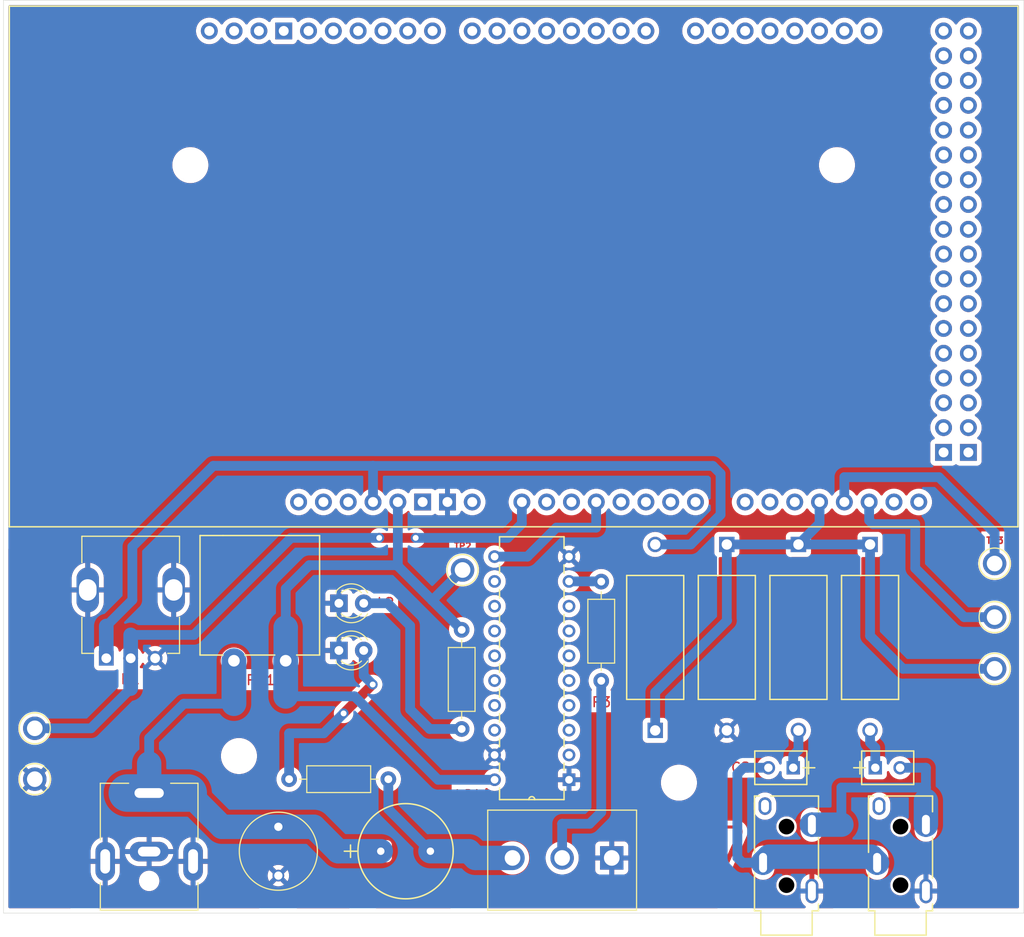
<source format=kicad_pcb>
(kicad_pcb (version 20241229) (generator "pcbnew") (generator_version "9.0")
  (layers (0 "F.Cu" signal) (2 "B.Cu" signal) (13 "F.Paste" user) (15 "B.Paste" user) (5 "F.SilkS" user "F.Silkscreen") (7 "B.SilkS" user "B.Silkscreen") (1 "F.Mask" user) (3 "B.Mask" user) (25 "Edge.Cuts" user))
  (net 0 "")
  (net 22 "Net-(AD1-PadDAC1)")
  (net 25 "GND")
  (net 52 "AX_IN")
  (net 56 "D_IN")
  (net 59 "Net-(AD1-PadDAC0)")
  (net 65 "+3.3V")
  (net 73 "P_OUT")
  (net 81 "Net-(C2-Pad1)")
  (net 82 "Net-(PB1-A)")
  (net 83 "+5V_LED")
  (net 84 "+5V_SW")
  (net 85 "D_OUT")
  (net 90 "Net-(AJ1-PadT)")
  (net 91 "Net-(C1-Pad1)")
  (net 92 "Net-(AJ1-PadR)")
  (net 93 "Net-(L1-A)")
  (net 94 "Net-(L2-A)")
  (net 99 "Net-(LS1-A8)")
  (footprint "5275:KEYSTONE_5275" (layer "F.Cu") (at 146.5325 111.61)
    (property "Reference" "TP2" (at 0.02 -2.44 0) (layer "F.Cu") (effects (font (size 0.64 0.64))))
    (property "Value" "5275" (hide yes))
    (pad "1" thru_hole circle (at 0 0) (size 2.4 2.4) (drill 1.6) (layers "*.Cu" "*.Mask") (net 84 "+5V_SW"))
  )
  (footprint "5275:KEYSTONE_5275" (layer "F.Cu") (at 201.0125 110.95)
    (property "Reference" "TP3" (at 0.03 -2.36 0) (layer "F.Cu") (effects (font (size 0.64 0.64))))
    (property "Value" "5275" (hide yes))
    (pad "1" thru_hole circle (at 0 0) (size 2.4 2.4) (drill 1.6) (layers "*.Cu" "*.Mask") (net 59 "Net-(AD1-PadDAC0)"))
  )
  (footprint "C324C106K3R5TA:CAP_C324C_MR_X7R_KEM" (layer "F.Cu") (at 180.3896 131.87 180)
    (property "Reference" "C2" (at 5.3796 0.02 0) (layer "F.Cu"))
    (property "Value" "10u" (hide yes))
    (pad "1" thru_hole rect (at 0 0 180) (size 1.3716 1.3716) (drill 0.8636) (layers "*.Cu" "*.Mask") (net 81 "Net-(C2-Pad1)"))
    (pad "2" thru_hole circle (at 2.54 0 180) (size 1.3716 1.3716) (drill 0.8636) (layers "*.Cu" "*.Mask") (net 92 "Net-(AJ1-PadR)"))
  )
  (footprint "PT01_D130D_A102:TRIM_PT01-D130D-A102" (layer "F.Cu") (at 112.5525 113.6524)
    (property "Reference" "P1" (at -0.04 9.1476 0) (layer "F.Cu"))
    (property "Value" "PT01_D130D_A102" (hide yes))
    (pad "1" thru_hole rect (at -2.5 7) (size 1.508 1.508) (drill 1) (layers "*.Cu" "*.Mask") (net 65 "+3.3V"))
    (pad "2" thru_hole circle (at 0 7) (size 1.508 1.508) (drill 1) (layers "*.Cu" "*.Mask") (net 73 "P_OUT"))
    (pad "3" thru_hole circle (at 2.5 7) (size 1.508 1.508) (drill 1) (layers "*.Cu" "*.Mask") (net 25 "GND"))
    (pad "S1" thru_hole oval (at -4.4 0) (size 2.3 4.6) (drill oval 1.8 2.2) (layers "*.Cu" "*.Mask") (net 25 "GND"))
    (pad "S2" thru_hole oval (at 4.4 0) (size 2.3 4.6) (drill oval 1.8 2.2) (layers "*.Cu" "*.Mask") (net 25 "GND"))
  )
  (footprint "TB007_508_03BE:CUI_TB007-508-03BE" (layer "F.Cu") (at 161.8096 141.11 180)
    (property "Reference" "TB1" (at 14.5771 -4.22 0) (layer "F.Cu"))
    (property "Value" "TB007_508_03BE" (hide yes))
    (pad "1" thru_hole rect (at 0 0 180) (size 2.4 2.4) (drill 1.6) (layers "*.Cu" "*.Mask") (net 25 "GND"))
    (pad "2" thru_hole circle (at 5.08 0 180) (size 2.4 2.4) (drill 1.6) (layers "*.Cu" "*.Mask") (net 85 "D_OUT"))
    (pad "3" thru_hole circle (at 10.16 0 180) (size 2.4 2.4) (drill 1.6) (layers "*.Cu" "*.Mask") (net 83 "+5V_LED"))
  )
  (footprint "PJ_063BH:CUI_PJ-063BH" (layer "F.Cu") (at 114.4425 134.46 -90)
    (property "Reference" "B1" (at 10.92 6.66 0) (layer "F.Cu") (effects (font (size 1.000929 1.000929))))
    (property "Value" "PJ_063BH" (hide yes))
    (pad "" np_thru_hole circle (at 9 0 270) (size 1.6 1.6) (drill 1.6) (layers "*.Cu" "*.Mask"))
    (pad "1" thru_hole oval (at 0 0 270) (size 2.25 4.5) (drill oval 1 3) (layers "*.Cu" "*.Mask") (net 82 "Net-(PB1-A)"))
    (pad "2" thru_hole oval (at 6 0 270) (size 2 4) (drill oval 1 2.3) (layers "*.Cu" "*.Mask") (net 25 "GND"))
    (pad "S1" thru_hole oval (at 7 -4.5 270) (size 4 2) (drill oval 2.5 1) (layers "*.Cu" "*.Mask") (net 25 "GND"))
    (pad "S2" thru_hole oval (at 7 4.5 270) (size 4 2) (drill oval 2.5 1) (layers "*.Cu" "*.Mask") (net 25 "GND"))
  )
  (footprint "Resistor_THT:R_Axial_DIN0207_L6.3mm_D2.5mm_P10.16mm_Horizontal" (layer "F.Cu") (at 128.7725 133.04)
    (property "Reference" "R1" (at 5 2.37 0) (layer "F.Cu"))
    (property "Value" "150" (hide yes))
    (pad "1" thru_hole circle (at 0 0) (size 1.6 1.6) (drill 0.8) (layers "*.Cu" "*.Mask") (net 93 "Net-(L1-A)"))
    (pad "2" thru_hole oval (at 10.16 0) (size 1.6 1.6) (drill 0.8) (layers "*.Cu" "*.Mask") (net 83 "+5V_LED"))
  )
  (footprint "LED_THT:LED_D3.0mm" (layer "F.Cu") (at 133.8725 115.02)
    (property "Reference" "L2" (at 4.79 -0.03 0) (layer "F.Cu"))
    (property "Value" "LED" (hide yes))
    (pad "1" thru_hole rect (at 0 0) (size 1.8 1.8) (drill 0.9) (layers "*.Cu" "*.Mask") (net 25 "GND"))
    (pad "2" thru_hole circle (at 2.54 0) (size 1.8 1.8) (drill 0.9) (layers "*.Cu" "*.Mask") (net 94 "Net-(L2-A)"))
  )
  (footprint "RSMF2JTR100:STA_RSMF2_STP" (layer "F.Cu") (at 173.5925 108.995 -90)
    (property "Reference" "R5" (at 2.245 2.2 0) (layer "F.Cu"))
    (property "Value" "470" (hide yes))
    (pad "1" thru_hole rect (at 0 0 270) (size 1.5748 1.5748) (drill 1.0668) (layers "*.Cu" "*.Mask") (net 52 "AX_IN"))
    (pad "2" thru_hole circle (at 19.05 0 270) (size 1.5748 1.5748) (drill 1.0668) (layers "*.Cu" "*.Mask") (net 25 "GND"))
  )
  (footprint "MountingHole:MountingHole_3.2mm_M3" (layer "F.Cu") (at 118.6625 70.13)
    (property "Reference" "H1" (hide yes))
    (property "Value" "MountingHole" (hide yes))
    (pad "" np_thru_hole circle (at 0 0) (size 3.2 3.2) (drill 3.2) (layers "*.Cu" "*.Mask"))
  )
  (footprint "PCM_arduino-library:Arduino_Due_Shield" (layer "F.Cu") (at 99.42 109.1345)
    (property "Reference" "AD1" (at 2.53 -0.8245 0) (layer "F.Cu"))
    (property "Value" "Arduino Due" (hide yes))
    (pad "" thru_hole oval (at 30.326 -4.49) (size 1.7272 1.7272) (drill 1.016) (layers "*.Cu" "*.Mask"))
    (pad "3V3" thru_hole oval (at 37.946 -4.49) (size 1.7272 1.7272) (drill 1.016) (layers "*.Cu" "*.Mask") (net 65 "+3.3V"))
    (pad "5V1" thru_hole oval (at 40.486 -4.49) (size 1.7272 1.7272) (drill 1.016) (layers "*.Cu" "*.Mask") (net 84 "+5V_SW"))
    (pad "5V3" thru_hole oval (at 96.366 -52.75) (size 1.7272 1.7272) (drill 1.016) (layers "*.Cu" "*.Mask"))
    (pad "5V4" thru_hole oval (at 98.906 -52.75) (size 1.7272 1.7272) (drill 1.016) (layers "*.Cu" "*.Mask"))
    (pad "A0" thru_hole oval (at 53.186 -4.49) (size 1.7272 1.7272) (drill 1.016) (layers "*.Cu" "*.Mask") (net 73 "P_OUT"))
    (pad "A1" thru_hole oval (at 55.726 -4.49) (size 1.7272 1.7272) (drill 1.016) (layers "*.Cu" "*.Mask"))
    (pad "A2" thru_hole oval (at 58.266 -4.49) (size 1.7272 1.7272) (drill 1.016) (layers "*.Cu" "*.Mask"))
    (pad "A3" thru_hole oval (at 60.806 -4.49) (size 1.7272 1.7272) (drill 1.016) (layers "*.Cu" "*.Mask") (net 56 "D_IN"))
    (pad "A4" thru_hole oval (at 63.346 -4.49) (size 1.7272 1.7272) (drill 1.016) (layers "*.Cu" "*.Mask"))
    (pad "A5" thru_hole oval (at 65.886 -4.49) (size 1.7272 1.7272) (drill 1.016) (layers "*.Cu" "*.Mask"))
    (pad "A6" thru_hole oval (at 68.426 -4.49) (size 1.7272 1.7272) (drill 1.016) (layers "*.Cu" "*.Mask"))
    (pad "A7" thru_hole oval (at 70.966 -4.49) (size 1.7272 1.7272) (drill 1.016) (layers "*.Cu" "*.Mask"))
    (pad "A8" thru_hole oval (at 76.046 -4.49) (size 1.7272 1.7272) (drill 1.016) (layers "*.Cu" "*.Mask"))
    (pad "A9" thru_hole oval (at 78.586 -4.49) (size 1.7272 1.7272) (drill 1.016) (layers "*.Cu" "*.Mask"))
    (pad "A10" thru_hole oval (at 81.126 -4.49) (size 1.7272 1.7272) (drill 1.016) (layers "*.Cu" "*.Mask"))
    (pad "A11" thru_hole oval (at 83.666 -4.49) (size 1.7272 1.7272) (drill 1.016) (layers "*.Cu" "*.Mask") (net 52 "AX_IN"))
    (pad "AREF" thru_hole oval (at 26.262 -52.75) (size 1.7272 1.7272) (drill 1.016) (layers "*.Cu" "*.Mask"))
    (pad "CANR" thru_hole oval (at 91.286 -4.49) (size 1.7272 1.7272) (drill 1.016) (layers "*.Cu" "*.Mask"))
    (pad "CANT" thru_hole oval (at 93.826 -4.49) (size 1.7272 1.7272) (drill 1.016) (layers "*.Cu" "*.Mask"))
    (pad "D0" thru_hole oval (at 65.886 -52.75) (size 1.7272 1.7272) (drill 1.016) (layers "*.Cu" "*.Mask"))
    (pad "D1" thru_hole oval (at 63.346 -52.75) (size 1.7272 1.7272) (drill 1.016) (layers "*.Cu" "*.Mask"))
    (pad "D2" thru_hole oval (at 60.806 -52.75) (size 1.7272 1.7272) (drill 1.016) (layers "*.Cu" "*.Mask"))
    (pad "D3" thru_hole oval (at 58.266 -52.75) (size 1.7272 1.7272) (drill 1.016) (layers "*.Cu" "*.Mask"))
    (pad "D4" thru_hole oval (at 55.726 -52.75) (size 1.7272 1.7272) (drill 1.016) (layers "*.Cu" "*.Mask"))
    (pad "D5" thru_hole oval (at 53.186 -52.75) (size 1.7272 1.7272) (drill 1.016) (layers "*.Cu" "*.Mask"))
    (pad "D6" thru_hole oval (at 50.646 -52.75) (size 1.7272 1.7272) (drill 1.016) (layers "*.Cu" "*.Mask"))
    (pad "D7" thru_hole oval (at 48.106 -52.75) (size 1.7272 1.7272) (drill 1.016) (layers "*.Cu" "*.Mask"))
    (pad "D8" thru_hole oval (at 44.042 -52.75) (size 1.7272 1.7272) (drill 1.016) (layers "*.Cu" "*.Mask"))
    (pad "D9" thru_hole oval (at 41.502 -52.75) (size 1.7272 1.7272) (drill 1.016) (layers "*.Cu" "*.Mask"))
    (pad "D10" thru_hole oval (at 38.962 -52.75) (size 1.7272 1.7272) (drill 1.016) (layers "*.Cu" "*.Mask"))
    (pad "D11" thru_hole oval (at 36.422 -52.75) (size 1.7272 1.7272) (drill 1.016) (layers "*.Cu" "*.Mask"))
    (pad "D12" thru_hole oval (at 33.882 -52.75) (size 1.7272 1.7272) (drill 1.016) (layers "*.Cu" "*.Mask"))
    (pad "D13" thru_hole oval (at 31.342 -52.75) (size 1.7272 1.7272) (drill 1.016) (layers "*.Cu" "*.Mask"))
    (pad "D14" thru_hole oval (at 70.966 -52.75) (size 1.7272 1.7272) (drill 1.016) (layers "*.Cu" "*.Mask"))
    (pad "D15" thru_hole oval (at 73.506 -52.75) (size 1.7272 1.7272) (drill 1.016) (layers "*.Cu" "*.Mask"))
    (pad "D16" thru_hole oval (at 76.046 -52.75) (size 1.7272 1.7272) (drill 1.016) (layers "*.Cu" "*.Mask"))
    (pad "D17" thru_hole oval (at 78.586 -52.75) (size 1.7272 1.7272) (drill 1.016) (layers "*.Cu" "*.Mask"))
    (pad "D18" thru_hole oval (at 81.126 -52.75) (size 1.7272 1.7272) (drill 1.016) (layers "*.Cu" "*.Mask"))
    (pad "D19" thru_hole oval (at 83.666 -52.75) (size 1.7272 1.7272) (drill 1.016) (layers "*.Cu" "*.Mask"))
    (pad "D20" thru_hole oval (at 86.206 -52.75) (size 1.7272 1.7272) (drill 1.016) (layers "*.Cu" "*.Mask"))
    (pad "D21" thru_hole oval (at 88.746 -52.75) (size 1.7272 1.7272) (drill 1.016) (layers "*.Cu" "*.Mask"))
    (pad "D22" thru_hole oval (at 96.366 -50.21) (size 1.7272 1.7272) (drill 1.016) (layers "*.Cu" "*.Mask"))
    (pad "D23" thru_hole oval (at 98.906 -50.21) (size 1.7272 1.7272) (drill 1.016) (layers "*.Cu" "*.Mask"))
    (pad "D24" thru_hole oval (at 96.366 -47.67) (size 1.7272 1.7272) (drill 1.016) (layers "*.Cu" "*.Mask"))
    (pad "D25" thru_hole oval (at 98.906 -47.67) (size 1.7272 1.7272) (drill 1.016) (layers "*.Cu" "*.Mask"))
    (pad "D26" thru_hole oval (at 96.366 -45.13) (size 1.7272 1.7272) (drill 1.016) (layers "*.Cu" "*.Mask"))
    (pad "D27" thru_hole oval (at 98.906 -45.13) (size 1.7272 1.7272) (drill 1.016) (layers "*.Cu" "*.Mask"))
    (pad "D28" thru_hole oval (at 96.366 -42.59) (size 1.7272 1.7272) (drill 1.016) (layers "*.Cu" "*.Mask"))
    (pad "D29" thru_hole oval (at 98.906 -42.59) (size 1.7272 1.7272) (drill 1.016) (layers "*.Cu" "*.Mask"))
    (pad "D30" thru_hole oval (at 96.366 -40.05) (size 1.7272 1.7272) (drill 1.016) (layers "*.Cu" "*.Mask"))
    (pad "D31" thru_hole oval (at 98.906 -40.05) (size 1.7272 1.7272) (drill 1.016) (layers "*.Cu" "*.Mask"))
    (pad "D32" thru_hole oval (at 96.366 -37.51) (size 1.7272 1.7272) (drill 1.016) (layers "*.Cu" "*.Mask"))
    (pad "D33" thru_hole oval (at 98.906 -37.51) (size 1.7272 1.7272) (drill 1.016) (layers "*.Cu" "*.Mask"))
    (pad "D34" thru_hole oval (at 96.366 -34.97) (size 1.7272 1.7272) (drill 1.016) (layers "*.Cu" "*.Mask"))
    (pad "D35" thru_hole oval (at 98.906 -34.97) (size 1.7272 1.7272) (drill 1.016) (layers "*.Cu" "*.Mask"))
    (pad "D36" thru_hole oval (at 96.366 -32.43) (size 1.7272 1.7272) (drill 1.016) (layers "*.Cu" "*.Mask"))
    (pad "D37" thru_hole oval (at 98.906 -32.43) (size 1.7272 1.7272) (drill 1.016) (layers "*.Cu" "*.Mask"))
    (pad "D38" thru_hole oval (at 96.366 -29.89) (size 1.7272 1.7272) (drill 1.016) (layers "*.Cu" "*.Mask"))
    (pad "D39" thru_hole oval (at 98.906 -29.89) (size 1.7272 1.7272) (drill 1.016) (layers "*.Cu" "*.Mask"))
    (pad "D40" thru_hole oval (at 96.366 -27.35) (size 1.7272 1.7272) (drill 1.016) (layers "*.Cu" "*.Mask"))
    (pad "D41" thru_hole oval (at 98.906 -27.35) (size 1.7272 1.7272) (drill 1.016) (layers "*.Cu" "*.Mask"))
    (pad "D42" thru_hole oval (at 96.366 -24.81) (size 1.7272 1.7272) (drill 1.016) (layers "*.Cu" "*.Mask"))
    (pad "D43" thru_hole oval (at 98.906 -24.81) (size 1.7272 1.7272) (drill 1.016) (layers "*.Cu" "*.Mask"))
    (pad "D44" thru_hole oval (at 96.366 -22.27) (size 1.7272 1.7272) (drill 1.016) (layers "*.Cu" "*.Mask"))
    (pad "D45" thru_hole oval (at 98.906 -22.27) (size 1.7272 1.7272) (drill 1.016) (layers "*.Cu" "*.Mask"))
    (pad "D46" thru_hole oval (at 96.366 -19.73) (size 1.7272 1.7272) (drill 1.016) (layers "*.Cu" "*.Mask"))
    (pad "D47" thru_hole oval (at 98.906 -19.73) (size 1.7272 1.7272) (drill 1.016) (layers "*.Cu" "*.Mask"))
    (pad "D48" thru_hole oval (at 96.366 -17.19) (size 1.7272 1.7272) (drill 1.016) (layers "*.Cu" "*.Mask"))
    (pad "D49" thru_hole oval (at 98.906 -17.19) (size 1.7272 1.7272) (drill 1.016) (layers "*.Cu" "*.Mask"))
    (pad "D50" thru_hole oval (at 96.366 -14.65) (size 1.7272 1.7272) (drill 1.016) (layers "*.Cu" "*.Mask"))
    (pad "D51" thru_hole oval (at 98.906 -14.65) (size 1.7272 1.7272) (drill 1.016) (layers "*.Cu" "*.Mask"))
    (pad "D52" thru_hole oval (at 96.366 -12.11) (size 1.7272 1.7272) (drill 1.016) (layers "*.Cu" "*.Mask"))
    (pad "D53" thru_hole oval (at 98.906 -12.11) (size 1.7272 1.7272) (drill 1.016) (layers "*.Cu" "*.Mask"))
    (pad "DAC0" thru_hole oval (at 86.206 -4.49) (size 1.7272 1.7272) (drill 1.016) (layers "*.Cu" "*.Mask") (net 59 "Net-(AD1-PadDAC0)"))
    (pad "DAC1" thru_hole oval (at 88.746 -4.49) (size 1.7272 1.7272) (drill 1.016) (layers "*.Cu" "*.Mask") (net 22 "Net-(AD1-PadDAC1)"))
    (pad "GND1" thru_hole rect (at 28.802 -52.75) (size 1.7272 1.7272) (drill 1.016) (layers "*.Cu" "*.Mask"))
    (pad "GND2" thru_hole rect (at 43.026 -4.49) (size 1.7272 1.7272) (drill 1.016) (layers "*.Cu" "*.Mask"))
    (pad "GND3" thru_hole rect (at 45.566 -4.49) (size 1.7272 1.7272) (drill 1.016) (layers "*.Cu" "*.Mask") (net 25 "GND"))
    (pad "GND5" thru_hole rect (at 96.366 -9.57) (size 1.7272 1.7272) (drill 1.016) (layers "*.Cu" "*.Mask"))
    (pad "GND6" thru_hole rect (at 98.906 -9.57) (size 1.7272 1.7272) (drill 1.016) (layers "*.Cu" "*.Mask"))
    (pad "IORF" thru_hole oval (at 32.866 -4.49) (size 1.7272 1.7272) (drill 1.016) (layers "*.Cu" "*.Mask"))
    (pad "RST1" thru_hole oval (at 35.406 -4.49) (size 1.7272 1.7272) (drill 1.016) (layers "*.Cu" "*.Mask"))
    (pad "SCL1" thru_hole oval (at 21.182 -52.75) (size 1.7272 1.7272) (drill 1.016) (layers "*.Cu" "*.Mask"))
    (pad "SDA1" thru_hole oval (at 23.722 -52.75) (size 1.7272 1.7272) (drill 1.016) (layers "*.Cu" "*.Mask"))
    (pad "VIN" thru_hole oval (at 48.106 -4.49) (size 1.7272 1.7272) (drill 1.016) (layers "*.Cu" "*.Mask"))
  )
  (footprint "MountingHole:MountingHole_3.2mm_M3" (layer "F.Cu") (at 123.64 130.67)
    (property "Reference" "H3" (hide yes))
    (property "Value" "MountingHole" (hide yes))
    (pad "" np_thru_hole circle (at 0 0) (size 3.2 3.2) (drill 3.2) (layers "*.Cu" "*.Mask"))
  )
  (footprint "Resistor_THT:R_Axial_DIN0207_L6.3mm_D2.5mm_P10.16mm_Horizontal" (layer "F.Cu") (at 160.7325 122.96 90)
    (property "Reference" "R3" (at -2.19 0.02 180) (layer "F.Cu"))
    (property "Value" "470" (hide yes))
    (pad "1" thru_hole circle (at 0 0 90) (size 1.6 1.6) (drill 0.8) (layers "*.Cu" "*.Mask") (net 85 "D_OUT"))
    (pad "2" thru_hole oval (at 10.16 0 90) (size 1.6 1.6) (drill 0.8) (layers "*.Cu" "*.Mask") (net 99 "Net-(LS1-A8)"))
  )
  (footprint "5275:KEYSTONE_5275" (layer "F.Cu") (at 102.7325 133.04)
    (property "Reference" "TP1" (at -0.01 -2.39 0) (layer "F.Cu") (effects (font (size 0.64 0.64))))
    (property "Value" "5275" (hide yes))
    (pad "1" thru_hole circle (at 0 0) (size 2.4 2.4) (drill 1.6) (layers "*.Cu" "*.Mask") (net 25 "GND"))
  )
  (footprint "Resistor_THT:R_Axial_DIN0207_L6.3mm_D2.5mm_P10.16mm_Horizontal" (layer "F.Cu") (at 146.4425 127.9 90)
    (property "Reference" "R2" (at 4.99 -2.67 180) (layer "F.Cu"))
    (property "Value" "150" (hide yes))
    (pad "1" thru_hole circle (at 0 0 90) (size 1.6 1.6) (drill 0.8) (layers "*.Cu" "*.Mask") (net 94 "Net-(L2-A)"))
    (pad "2" thru_hole oval (at 10.16 0 90) (size 1.6 1.6) (drill 0.8) (layers "*.Cu" "*.Mask") (net 84 "+5V_SW"))
  )
  (footprint "RSMF2JTR100:STA_RSMF2_STP" (layer "F.Cu") (at 166.259167 128.045 90)
    (property "Reference" "R4" (at 16.955 -2.186667 0) (layer "F.Cu"))
    (property "Value" "470" (hide yes))
    (pad "1" thru_hole rect (at 0 0 90) (size 1.5748 1.5748) (drill 1.0668) (layers "*.Cu" "*.Mask") (net 52 "AX_IN"))
    (pad "2" thru_hole circle (at 19.05 0 90) (size 1.5748 1.5748) (drill 1.0668) (layers "*.Cu" "*.Mask") (net 65 "+3.3V"))
  )
  (footprint "Team_14_Logo:Team_14_Logo" (layer "F.Cu") (at 170.445053 140.920668)
    (property "Reference" "G***" (hide yes))
    (property "Value" "LOGO" (hide yes))
    (fp_poly (pts (xy -1.392337 -3.137306) (xy -0.315921 -3.132125) (xy -0.212654 -3.083725) (xy -0.140012 -3.04186) (xy -0.066892 -2.987585) (xy -0.031169 -2.954843) (xy 0.04705 -2.874361) (xy 0.118301 -2.928643) (xy 0.203536 -2.984473) (xy 0.306751 -3.03856) (xy 0.414287 -3.084647) (xy 0.512486 -3.116479) (xy 0.543399 -3.123333) (xy 0.581453 -3.126803) (xy 0.655287 -3.129812) (xy 0.764579 -3.132358) (xy 0.909004 -3.134437) (xy 1.088241 -3.136048) (xy 1.301967 -3.137189) (xy 1.54986 -3.137857) (xy 1.831596 -3.13805) (xy 2.146854 -3.137765) (xy 2.475026 -3.137056) (xy 4.305543 -3.132125) (xy 4.394368 -3.091162) (xy 4.522615 -3.013331) (xy 4.626239 -2.911976) (xy 4.703098 -2.791822) (xy 4.751049 -2.657597) (xy 4.767951 -2.514029) (xy 4.751662 -2.365842) (xy 4.741276 -2.325586) (xy 4.728164 -2.289591) (xy 4.701643 -2.224462) (xy 4.663323 -2.1339) (xy 4.614815 -2.021605) (xy 4.557727 -1.891278) (xy 4.493671 -1.746618) (xy 4.424257 -1.591325) (xy 4.353525 -1.434467) (xy 4.195154 -1.084725) (xy 4.047135 -0.757758) (xy 3.909902 -0.454527) (xy 3.78389 -0.175995) (xy 3.669533 0.076877) (xy 3.567267 0.303128) (xy 3.477524 0.501795) (xy 3.400741 0.671917) (xy 3.337352 0.812533) (xy 3.287791 0.92268) (xy 3.252494 1.001398) (xy 3.240184 1.028997) (xy 3.216313 1.082392) (xy 3.179756 1.163789) (xy 3.132721 1.268298) (xy 3.077413 1.391031) (xy 3.016041 1.527099) (xy 2.950812 1.671614) (xy 2.883934 1.819687) (xy 2.817612 1.966429) (xy 2.754055 2.106951) (xy 2.695471 2.236365) (xy 2.644066 2.349782) (xy 2.604417 2.4371) (xy 2.578856 2.493541) (xy 2.542318 2.574516) (xy 2.498593 2.671611) (xy 2.451471 2.776413) (xy 2.419418 2.847796) (xy 2.28777 3.141151) (xy 1.116805 3.141151) (xy 0.914847 3.140996) (xy 0.723912 3.140547) (xy 0.547003 3.139832) (xy 0.38712 3.138877) (xy 0.247264 3.137709) (xy 0.130436 3.136354) (xy 0.039636 3.134839) (xy -0.022133 3.13319) (xy -0.051872 3.131434) (xy -0.054159 3.130785) (xy -0.046844 3.112407) (xy -0.025579 3.063437) (xy 0.00862 2.986139) (xy 0.054733 2.882777) (xy 0.111743 2.755614) (xy 0.178632 2.606916) (xy 0.254383 2.438945) (xy 0.337977 2.253965) (xy 0.428397 2.054242) (xy 0.524624 1.842038) (xy 0.590504 1.696943) (xy 0.611873 1.649662) (xy 0.644891 1.576312) (xy 0.68646 1.483783) (xy 0.733487 1.378965) (xy 0.782877 1.268748) (xy 0.789188 1.254655) (xy 0.837437 1.147267) (xy 0.882664 1.04729) (xy 0.922085 0.960827) (xy 0.952914 0.893983) (xy 0.972366 0.852861) (xy 0.974539 0.848472) (xy 0.99904 0.795708) (xy 1.017316 0.749464) (xy 1.018871 0.744669) (xy 1.03143 0.704051) (xy -0.102816 0.704051) (xy -1.237062 0.704051) (xy -1.306936 0.862011) (xy -1.331143 0.916317) (xy -1.367964 0.99837) (xy -1.415085 1.103041) (xy -1.470193 1.225201) (xy -1.530975 1.359723) (xy -1.595119 1.501476) (xy -1.642785 1.60668) (xy -1.717142 1.770865) (xy -1.797941 1.949547) (xy -1.881137 2.13377) (xy -1.962689 2.314575) (xy -2.038556 2.483005) (xy -2.104694 2.630104) (xy -2.121378 2.66727) (xy -2.333997 3.141151) (xy -3.506026 3.141151) (xy -4.678056 3.141151) (xy -4.665526 3.100533) (xy -4.647273 3.05215) (xy -4.630142 3.014783) (xy -4.618625 2.990275) (xy -4.593341 2.935212) (xy -4.555356 2.851955) (xy -4.50574 2.742864) (xy -4.462647 2.647938) (xy -4.134045 2.647938) (xy -4.116622 2.649188) (xy -4.066873 2.650345) (xy -3.988578 2.65138) (xy -3.885514 2.652263) (xy -3.761461 2.652965) (xy -3.620199 2.653455) (xy -3.465506 2.653705) (xy -3.395655 2.653731) (xy -2.657264 2.653731) (xy -2.639625 2.604086) (xy -2.62734 2.574006) (xy -2.602366 2.516334) (xy -2.567029 2.436317) (xy -2.523655 2.339197) (xy -2.474568 2.230221) (xy -2.441505 2.157285) (xy -2.393547 2.051608) (xy -2.333561 1.9192) (xy -2.264344 1.766248) (xy -2.188696 1.598943) (xy -2.109414 1.423472) (xy -2.029296 1.246024) (xy -1.95114 1.072789) (xy -1.931394 1.028997) (xy -1.76714 0.664756) (xy -1.60593 0.307411) (xy -1.560495 0.206741) (xy -1.105081 0.206741) (xy -1.085866 0.208344) (xy -1.033387 0.209866) (xy -0.950484 0.211286) (xy -0.839997 0.212584) (xy -0.704768 0.213739) (xy -0.547637 0.214729) (xy -0.371445 0.215535) (xy -0.179032 0.216134) (xy 0.026761 0.216506) (xy 0.237692 0.216631) (xy 0.453495 0.216831) (xy 0.658462 0.21741) (xy 0.84978 0.218336) (xy 1.024637 0.219577) (xy 1.180219 0.221101) (xy 1.313714 0.222876) (xy 1.42231 0.22487) (xy 1.503193 0.227051) (xy 1.55355 0.229386) (xy 1.570575 0.231804) (xy 1.568913 0.238315) (xy 1.563388 0.253034) (xy 1.553193 0.277759) (xy 1.537522 0.314291) (xy 1.515568 0.364431) (xy 1.486522 0.429978) (xy 1.44958 0.512732) (xy 1.403932 0.614495) (xy 1.348773 0.737065) (xy 1.283295 0.882243) (xy 1.206691 1.051829) (xy 1.118155 1.247624) (xy 1.016879 1.471427) (xy 0.902056 1.725039) (xy 0.812584 1.922601) (xy 0.745736 2.070247) (xy 0.683387 2.208062) (xy 0.627142 2.332487) (xy 0.57861 2.439962) (xy 0.539397 2.52693) (xy 0.511108 2.58983) (xy 0.495352 2.625104) (xy 0.492717 2.631165) (xy 0.49731 2.636948) (xy 0.518003 2.641717) (xy 0.557474 2.645556) (xy 0.618399 2.648547) (xy 0.703458 2.650773) (xy 0.815328 2.652316) (xy 0.956686 2.65326) (xy 1.130211 2.653686) (xy 1.223684 2.653731) (xy 1.963812 2.653731) (xy 1.991105 2.586034) (xy 2.003455 2.55735) (xy 2.029259 2.498955) (xy 2.06709 2.414031) (xy 2.11552 2.305762) (xy 2.173122 2.177332) (xy 2.238468 2.031924) (xy 2.310131 1.872722) (xy 2.386684 1.70291) (xy 2.446416 1.570575) (xy 2.635969 1.150828) (xy 2.810708 0.763846) (xy 2.970692 0.409499) (xy 3.115983 0.087651) (xy 3.246639 -0.201828) (xy 3.362721 -0.459073) (xy 3.464289 -0.684216) (xy 3.551402 -0.877389) (xy 3.619738 -1.028998) (xy 3.67099 -1.142672) (xy 3.733459 -1.281112) (xy 3.803475 -1.43619) (xy 3.877367 -1.599781) (xy 3.951464 -1.763755) (xy 4.022098 -1.919987) (xy 4.035098 -1.948731) (xy 4.110017 -2.115408) (xy 4.170503 -2.252999) (xy 4.217632 -2.365023) (xy 4.252482 -2.454998) (xy 4.27613 -2.526442) (xy 4.289652 -2.582873) (xy 4.294125 -2.62781) (xy 4.290627 -2.66477) (xy 4.280233 -2.697273) (xy 4.270404 -2.717466) (xy 4.254527 -2.745489) (xy 4.237652 -2.768177) (xy 4.216025 -2.786095) (xy 4.18589 -2.799804) (xy 4.143494 -2.809868) (xy 4.085083 -2.816851) (xy 4.006903 -2.821314) (xy 3.905198 -2.823822) (xy 3.776216 -2.824937) (xy 3.616201 -2.825223) (xy 3.551934 -2.825231) (xy 2.95717 -2.825231) (xy 2.480503 -1.770079) (xy 2.397683 -1.586415) (xy 2.319429 -1.412228) (xy 2.246989 -1.250343) (xy 2.181614 -1.103583) (xy 2.124554 -0.974771) (xy 2.077057 -0.866732) (xy 2.040374 -0.782288) (xy 2.015754 -0.724264) (xy 2.004448 -0.695484) (xy 2.003837 -0.693021) (xy 2.015564 -0.671514) (xy 2.047255 -0.630589) (xy 2.093678 -0.576689) (xy 2.134718 -0.531938) (xy 2.188986 -0.473649) (xy 2.233179 -0.425082) (xy 2.261926 -0.392208) (xy 2.270128 -0.38142) (xy 2.255191 -0.377915) (xy 2.211208 -0.376953) (xy 2.145143 -0.37851) (xy 2.071549 -0.382104) (xy 2.003416 -0.385076) (xy 1.905308 -0.387875) (xy 1.783357 -0.3904) (xy 1.643691 -0.392549) (xy 1.492442 -0.394223) (xy 1.33574 -0.395319) (xy 1.24821 -0.395643) (xy 1.076057 -0.396321) (xy 0.937117 -0.397506) (xy 0.828496 -0.399311) (xy 0.747304 -0.40185) (xy 0.690648 -0.405237) (xy 0.655638 -0.409587) (xy 0.639382 -0.415013) (xy 0.637697 -0.419723) (xy 0.646575 -0.439517) (xy 0.669136 -0.489536) (xy 0.704175 -0.567114) (xy 0.750485 -0.669583) (xy 0.806862 -0.794277) (xy 0.8721 -0.93853) (xy 0.944991 -1.099675) (xy 1.024332 -1.275044) (xy 1.108915 -1.461971) (xy 1.181207 -1.621711) (xy 1.268981 -1.815877) (xy 1.352258 -2.000531) (xy 1.429855 -2.173025) (xy 1.500591 -2.330713) (xy 1.563284 -2.470948) (xy 1.616754 -2.591083) (xy 1.659819 -2.68847) (xy 1.691298 -2.760464) (xy 1.710008 -2.804417) (xy 1.714996 -2.817696) (xy 1.697511 -2.822121) (xy 1.647326 -2.826011) (xy 1.567843 -2.829267) (xy 1.462463 -2.831787) (xy 1.334589 -2.833474) (xy 1.187623 -2.834227) (xy 1.149615 -2.834258) (xy 0.974789 -2.833971) (xy 0.831672 -2.832674) (xy 0.715871 -2.829709) (xy 0.622993 -2.82442) (xy 0.548644 -2.816148) (xy 0.48843 -2.804238) (xy 0.437957 -2.788033) (xy 0.392832 -2.766875) (xy 0.348662 -2.740107) (xy 0.301581 -2.707451) (xy 0.252894 -2.670319) (xy 0.210591 -2.631512) (xy 0.171698 -2.586338) (xy 0.133241 -2.530102) (xy 0.092246 -2.458111) (xy 0.045738 -2.36567) (xy -0.009255 -2.248086) (xy -0.05846 -2.139233) (xy -0.116932 -2.008912) (xy -0.184537 -1.858497) (xy -0.259365 -1.692218) (xy -0.339506 -1.514305) (xy -0.42305 -1.328988) (xy -0.508087 -1.140498) (xy -0.592707 -0.953064) (xy -0.674999 -0.770916) (xy -0.753054 -0.598285) (xy -0.824962 -0.4394) (xy -0.888813 -0.298492) (xy -0.942695 -0.179791) (xy -0.9847 -0.087526) (xy -1.001624 -0.050508) (xy -1.040433 0.036161) (xy -1.072188 0.110905) (xy -1.094508 0.167802) (xy -1.105012 0.200932) (xy -1.105081 0.206741) (xy -1.560495 0.206741) (xy -1.449436 -0.03933) (xy -1.299333 -0.371759) (xy -1.157296 -0.68617) (xy -1.024999 -0.978856) (xy -0.904115 -1.246109) (xy -0.79632 -1.484223) (xy -0.794002 -1.489339) (xy -0.695139 -1.707638) (xy -0.610219 -1.89557) (xy -0.538325 -2.055676) (xy -0.478543 -2.190497) (xy -0.429955 -2.30257) (xy -0.391645 -2.394438) (xy -0.362698 -2.468639) (xy -0.342198 -2.527714) (xy -0.329228 -2.574202) (xy -0.322873 -2.610644) (xy -0.322216 -2.639579) (xy -0.326341 -2.663547) (xy -0.334333 -2.685088) (xy -0.345275 -2.706742) (xy -0.35106 -2.717466) (xy -0.363828 -2.74098) (xy -0.376706 -2.760799) (xy -0.392704 -2.777239) (xy -0.41483 -2.790615) (xy -0.446091 -2.801244) (xy -0.489496 -2.809441) (xy -0.548052 -2.815521) (xy -0.624768 -2.819801) (xy -0.722652 -2.822595) (xy -0.844712 -2.82422) (xy -0.993955 -2.82499) (xy -1.173391 -2.825222) (xy -1.378164 -2.825231) (xy -2.28153 -2.825231) (xy -2.412535 -2.53639) (xy -2.455038 -2.442303) (xy -2.491894 -2.359998) (xy -2.520683 -2.29494) (xy -2.538983 -2.252594) (xy -2.544485 -2.238522) (xy -2.527484 -2.236272) (xy -2.479109 -2.234579) (xy -2.404085 -2.233487) (xy -2.307139 -2.233039) (xy -2.192997 -2.23328) (xy -2.076055 -2.234156) (xy -1.950151 -2.234902) (xy -1.837015 -2.234608) (xy -1.741384 -2.233364) (xy -1.667996 -2.231261) (xy -1.621589 -2.22839) (xy -1.606795 -2.225129) (xy -1.622797 -2.214052) (xy -1.666264 -2.19406) (xy -1.730526 -2.168007) (xy -1.80756 -2.139233) (xy -2.008212 -2.067022) (xy -2.138501 -1.778181) (xy -2.233513 -1.567603) (xy -2.343402 -1.324162) (xy -2.468155 -1.047885) (xy -2.60776 -0.738801) (xy -2.762203 -0.396938) (xy -2.931472 -0.022324) (xy -3.014981 0.162473) (xy -3.095167 0.339945) (xy -3.178912 0.525363) (xy -3.26333 0.712332) (xy -3.345536 0.894457) (xy -3.422643 1.065345) (xy -3.491765 1.218599) (xy -3.550016 1.347826) (xy -3.569037 1.390049) (xy -3.624969 1.514212) (xy -3.677747 1.631326) (xy -3.72505 1.736246) (xy -3.76456 1.82383) (xy -3.793955 1.888932) (xy -3.810916 1.926408) (xy -3.811205 1.927044) (xy -3.864249 2.043991) (xy -3.91776 2.162385) (xy -3.969668 2.277604) (xy -4.017904 2.385024) (xy -4.060396 2.480024) (xy -4.095075 2.557981) (xy -4.119871 2.614272) (xy -4.132713 2.644275) (xy -4.134045 2.647938) (xy -4.462647 2.647938) (xy -4.445561 2.6103) (xy -4.375888 2.456624) (xy -4.297789 2.284196) (xy -4.212333 2.095377) (xy -4.120588 1.892527) (xy -4.023624 1.678008) (xy -3.922508 1.45418) (xy -3.818309 1.223403) (xy -3.712096 0.988039) (xy -3.604938 0.750447) (xy -3.547398 0.622814) (xy -3.486497 0.487762) (xy -3.414769 0.328801) (xy -3.336272 0.154918) (xy -3.255065 -0.024901) (xy -3.175204 -0.20167) (xy -3.100747 -0.366404) (xy -3.086843 -0.397157) (xy -2.97211 -0.651048) (xy -2.868474 -0.88069) (xy -2.776395 -1.085056) (xy -2.696332 -1.263121) (xy -2.628747 -1.413857) (xy -2.574099 -1.536236) (xy -2.532848 -1.629233) (xy -2.505454 -1.69182) (xy -2.492378 -1.72297) (xy -2.491259 -1.726371) (xy -2.50832 -1.728593) (xy -2.555535 -1.730503) (xy -2.626956 -1.731965) (xy -2.716631 -1.732848) (xy -2.789127 -1.733049) (xy -2.888256 -1.733938) (xy -2.973412 -1.736396) (xy -3.038648 -1.740115) (xy -3.078012 -1.744784) (xy -3.086995 -1.74856) (xy -3.079907 -1.771217) (xy -3.06108 -1.817655) (xy -3.034166 -1.878993) (xy -3.02574 -1.897494) (xy -3.000203 -1.953407) (xy -2.962948 -2.035368) (xy -2.917087 -2.136508) (xy -2.865734 -2.249958) (xy -2.812002 -2.368848) (xy -2.789341 -2.419048) (xy -2.736787 -2.535463) (xy -2.686473 -2.64683) (xy -2.641211 -2.74693) (xy -2.603815 -2.829541) (xy -2.577097 -2.888444) (xy -2.568893 -2.906468) (xy -2.538533 -2.974459) (xy -2.509776 -3.041204) (xy -2.496171 -3.074122) (xy -2.468752 -3.142487)) (fill yes) (layer "F.Cu"))
  )
  (footprint "ECA_0JM102B:CAPPRD500W60D800H1150" (layer "F.Cu") (at 127.6725 140.42 -90)
    (property "Reference" "PC1" (at 5.11 0.06 180) (layer "F.Cu"))
    (property "Value" "1000u" (hide yes))
    (pad "1" thru_hole rect (at -2.5 0 270) (size 1.2 1.2) (drill 0.85) (layers "*.Cu" "*.Mask") (net 82 "Net-(PB1-A)"))
    (pad "2" thru_hole circle (at 2.5 0 270) (size 1.2 1.2) (drill 0.85) (layers "*.Cu" "*.Mask") (net 25 "GND"))
  )
  (footprint "5275:KEYSTONE_5275" (layer "F.Cu") (at 102.7325 127.83)
    (property "Reference" "TP5" (at 0.032 -2.38 0) (layer "F.Cu") (effects (font (size 0.64 0.64))))
    (property "Value" "5275" (hide yes))
    (pad "1" thru_hole circle (at 0 0) (size 2.4 2.4) (drill 1.6) (layers "*.Cu" "*.Mask") (net 73 "P_OUT"))
  )
  (footprint "SN74HCT245N:N20" (layer "F.Cu") (at 149.8125 110.2396 180)
    (property "Reference" "LS1" (at 2.7 -24.4304 0) (layer "F.Cu"))
    (property "Value" "SN74HCT245N" (hide yes))
    (pad "1" thru_hole rect (at -7.62 -22.86 180) (size 1.2954 1.2954) (drill 0.7874) (layers "*.Cu" "*.Mask") (net 25 "GND"))
    (pad "2" thru_hole circle (at -7.62 -20.32 180) (size 1.2954 1.2954) (drill 0.7874) (layers "*.Cu" "*.Mask"))
    (pad "3" thru_hole circle (at -7.62 -17.78 180) (size 1.2954 1.2954) (drill 0.7874) (layers "*.Cu" "*.Mask"))
    (pad "4" thru_hole circle (at -7.62 -15.24 180) (size 1.2954 1.2954) (drill 0.7874) (layers "*.Cu" "*.Mask"))
    (pad "5" thru_hole circle (at -7.62 -12.7 180) (size 1.2954 1.2954) (drill 0.7874) (layers "*.Cu" "*.Mask"))
    (pad "6" thru_hole circle (at -7.62 -10.16 180) (size 1.2954 1.2954) (drill 0.7874) (layers "*.Cu" "*.Mask"))
    (pad "7" thru_hole circle (at -7.62 -7.62 180) (size 1.2954 1.2954) (drill 0.7874) (layers "*.Cu" "*.Mask"))
    (pad "8" thru_hole circle (at -7.62 -5.08 180) (size 1.2954 1.2954) (drill 0.7874) (layers "*.Cu" "*.Mask"))
    (pad "9" thru_hole circle (at -7.62 -2.54 180) (size 1.2954 1.2954) (drill 0.7874) (layers "*.Cu" "*.Mask") (net 99 "Net-(LS1-A8)"))
    (pad "10" thru_hole circle (at -7.62 0 180) (size 1.2954 1.2954) (drill 0.7874) (layers "*.Cu" "*.Mask") (net 25 "GND"))
    (pad "11" thru_hole circle (at 0 0 180) (size 1.2954 1.2954) (drill 0.7874) (layers "*.Cu" "*.Mask") (net 56 "D_IN"))
    (pad "12" thru_hole circle (at 0 -2.54 180) (size 1.2954 1.2954) (drill 0.7874) (layers "*.Cu" "*.Mask"))
    (pad "13" thru_hole circle (at 0 -5.08 180) (size 1.2954 1.2954) (drill 0.7874) (layers "*.Cu" "*.Mask"))
    (pad "14" thru_hole circle (at 0 -7.62 180) (size 1.2954 1.2954) (drill 0.7874) (layers "*.Cu" "*.Mask"))
    (pad "15" thru_hole circle (at 0 -10.16 180) (size 1.2954 1.2954) (drill 0.7874) (layers "*.Cu" "*.Mask"))
    (pad "16" thru_hole circle (at 0 -12.7 180) (size 1.2954 1.2954) (drill 0.7874) (layers "*.Cu" "*.Mask"))
    (pad "17" thru_hole circle (at 0 -15.24 180) (size 1.2954 1.2954) (drill 0.7874) (layers "*.Cu" "*.Mask"))
    (pad "18" thru_hole circle (at 0 -17.78 180) (size 1.2954 1.2954) (drill 0.7874) (layers "*.Cu" "*.Mask"))
    (pad "19" thru_hole circle (at 0 -20.32 180) (size 1.2954 1.2954) (drill 0.7874) (layers "*.Cu" "*.Mask") (net 25 "GND"))
    (pad "20" thru_hole circle (at 0 -22.86 180) (size 1.2954 1.2954) (drill 0.7874) (layers "*.Cu" "*.Mask") (net 84 "+5V_SW"))
  )
  (footprint "RSMF2JTR100:STA_RSMF2_STP" (layer "F.Cu") (at 180.925834 108.995 -90)
    (property "Reference" "R7" (at 2.305 2.203334 0) (layer "F.Cu"))
    (property "Value" "470" (hide yes))
    (pad "1" thru_hole rect (at 0 0 270) (size 1.5748 1.5748) (drill 1.0668) (layers "*.Cu" "*.Mask") (net 52 "AX_IN"))
    (pad "2" thru_hole circle (at 19.05 0 270) (size 1.5748 1.5748) (drill 1.0668) (layers "*.Cu" "*.Mask") (net 81 "Net-(C2-Pad1)"))
  )
  (footprint "ASJ_200_B_HT:ASJ-200-B-HT_ADM" (layer "F.Cu") (at 182.30249 144.500093 180)
    (property "Reference" "AJ1" (at 7.80999 -1.069907 0) (layer "F.Cu"))
    (property "Value" "ASJ_200_B_HT" (hide yes))
    (pad "" np_thru_hole circle (at 2.599944 0.600001 180) (size 1.6002 1.6002) (drill 1.6002) (layers))
    (pad "" np_thru_hole circle (at 2.599944 6.600002 180) (size 1.6002 1.6002) (drill 1.6002) (layers))
    (pad "R" thru_hole oval (at 4.99999 2.900093 180) (size 1.3208 2.5146) (drill oval 0.8128 2.0066) (layers "*.Cu" "*.Mask") (net 92 "Net-(AJ1-PadR)"))
    (pad "S" thru_hole oval (at 0 0 180) (size 1.3208 2.5146) (drill oval 0.8128 2.0066) (layers "*.Cu" "*.Mask") (net 25 "GND"))
    (pad "T" thru_hole oval (at 0 6.800002 180) (size 1.3208 2.5146) (drill oval 0.8128 2.0066) (layers "*.Cu" "*.Mask") (net 90 "Net-(AJ1-PadT)"))
    (pad "TN" thru_hole oval (at 4.799945 8.7 180) (size 1.3208 1.8034) (drill oval 0.8128 1.2954) (layers "*.Cu" "*.Mask"))
  )
  (footprint "MountingHole:MountingHole_3.2mm_M3" (layer "F.Cu") (at 184.8725 70.13)
    (property "Reference" "H2" (hide yes))
    (property "Value" "MountingHole" (hide yes))
    (pad "" np_thru_hole circle (at 0 0) (size 3.2 3.2) (drill 3.2) (layers "*.Cu" "*.Mask"))
  )
  (footprint "GPTS203211B:SWITCH_03211B" (layer "F.Cu") (at 128.4225 120.908 -90)
    (property "Reference" "PB1" (at 1.982 2.56 0) (layer "F.Cu"))
    (property "Value" "GPTS203211B" (hide yes))
    (pad "1" thru_hole circle (at 0 5.3 270) (size 1.7018 1.7018) (drill 1.1938) (layers "*.Cu" "*.Mask") (net 82 "Net-(PB1-A)"))
    (pad "2" thru_hole circle (at 0 0 270) (size 1.7018 1.7018) (drill 1.1938) (layers "*.Cu" "*.Mask") (net 84 "+5V_SW"))
  )
  (footprint "MountingHole:MountingHole_3.2mm_M3" (layer "F.Cu") (at 168.69 133.4)
    (property "Reference" "H4" (hide yes))
    (property "Value" "MountingHole" (hide yes))
    (pad "" np_thru_hole circle (at 0 0) (size 3.2 3.2) (drill 3.2) (layers "*.Cu" "*.Mask"))
  )
  (footprint "ASJ_200_B_HT:ASJ-200-B-HT_ADM" (layer "F.Cu") (at 193.97849 144.500093 180)
    (property "Reference" "AJ2" (at 7.64599 -0.899907 0) (layer "F.Cu"))
    (property "Value" "ASJ_200_B_HT" (hide yes))
    (pad "" np_thru_hole circle (at 2.599944 0.600001 180) (size 1.6002 1.6002) (drill 1.6002) (layers))
    (pad "" np_thru_hole circle (at 2.599944 6.600002 180) (size 1.6002 1.6002) (drill 1.6002) (layers))
    (pad "R" thru_hole oval (at 4.99999 2.900093 180) (size 1.3208 2.5146) (drill oval 0.8128 2.0066) (layers "*.Cu" "*.Mask") (net 92 "Net-(AJ1-PadR)"))
    (pad "S" thru_hole oval (at 0 0 180) (size 1.3208 2.5146) (drill oval 0.8128 2.0066) (layers "*.Cu" "*.Mask") (net 25 "GND"))
    (pad "T" thru_hole oval (at 0 6.800002 180) (size 1.3208 2.5146) (drill oval 0.8128 2.0066) (layers "*.Cu" "*.Mask") (net 90 "Net-(AJ1-PadT)"))
    (pad "TN" thru_hole oval (at 4.799945 8.7 180) (size 1.3208 1.8034) (drill oval 0.8128 1.2954) (layers "*.Cu" "*.Mask"))
  )
  (footprint "RSMF2JTR100:STA_RSMF2_STP" (layer "F.Cu") (at 188.259167 108.995 -90)
    (property "Reference" "R6" (at 2.245 2.266667 0) (layer "F.Cu"))
    (property "Value" "470" (hide yes))
    (pad "1" thru_hole rect (at 0 0 270) (size 1.5748 1.5748) (drill 1.0668) (layers "*.Cu" "*.Mask") (net 52 "AX_IN"))
    (pad "2" thru_hole circle (at 19.05 0 270) (size 1.5748 1.5748) (drill 1.0668) (layers "*.Cu" "*.Mask") (net 91 "Net-(C1-Pad1)"))
  )
  (footprint "C324C106K3R5TA:CAP_C324C_MR_X7R_KEM" (layer "F.Cu") (at 188.7954 131.87)
    (property "Reference" "C1" (at -2.9554 -0.04 0) (layer "F.Cu"))
    (property "Value" "10u" (hide yes))
    (pad "1" thru_hole rect (at 0 0) (size 1.3716 1.3716) (drill 0.8636) (layers "*.Cu" "*.Mask") (net 91 "Net-(C1-Pad1)"))
    (pad "2" thru_hole circle (at 2.54 0) (size 1.3716 1.3716) (drill 0.8636) (layers "*.Cu" "*.Mask") (net 90 "Net-(AJ1-PadT)"))
  )
  (footprint "5275:KEYSTONE_5275" (layer "F.Cu") (at 201.0125 116.44)
    (property "Reference" "TP4" (at 0.03 -2.35 0) (layer "F.Cu") (effects (font (size 0.64 0.64))))
    (property "Value" "5275" (hide yes))
    (pad "1" thru_hole circle (at 0 0) (size 2.4 2.4) (drill 1.6) (layers "*.Cu" "*.Mask") (net 22 "Net-(AD1-PadDAC1)"))
  )
  (footprint "5275:KEYSTONE_5275" (layer "F.Cu") (at 201.0125 121.73)
    (property "Reference" "TP6" (at 0.03 -2.35 0) (layer "F.Cu") (effects (font (size 0.64 0.64))))
    (property "Value" "5275" (hide yes))
    (pad "1" thru_hole circle (at 0 0) (size 2.4 2.4) (drill 1.6) (layers "*.Cu" "*.Mask") (net 52 "AX_IN"))
  )
  (footprint "56000001009:FUSE_560_1009_LTF" (layer "F.Cu") (at 138.15925 140.42)
    (property "Reference" "F1" (at -1.87675 5.11 0) (layer "F.Cu"))
    (property "Value" "6.3A" (hide yes))
    (pad "1" thru_hole rect (at 0 0) (size 1.27 1.27) (drill 0.762) (layers "*.Cu" "*.Mask") (net 82 "Net-(PB1-A)"))
    (pad "2" thru_hole circle (at 5.08 0) (size 1.27 1.27) (drill 0.762) (layers "*.Cu" "*.Mask") (net 83 "+5V_LED"))
  )
  (footprint "LED_THT:LED_D3.0mm" (layer "F.Cu") (at 133.8725 119.8541)
    (property "Reference" "L1" (at 4.8 -0.1041 0) (layer "F.Cu"))
    (property "Value" "LED" (hide yes))
    (pad "1" thru_hole rect (at 0 0) (size 1.8 1.8) (drill 0.9) (layers "*.Cu" "*.Mask") (net 25 "GND"))
    (pad "2" thru_hole circle (at 2.54 0) (size 1.8 1.8) (drill 0.9) (layers "*.Cu" "*.Mask") (net 93 "Net-(L1-A)"))
  )
  (gr_rect (start 99.5275 53.24) (end 204.0075 146.76) (stroke (width 0.05)) (fill no) (layer "Edge.Cuts"))
  (segment (start 188.166 106.5265) (end 188.166 104.6445) (width 1) (layer "B.Cu") (net 22))
  (segment (start 188.5495 106.91) (end 188.166 106.5265) (width 1) (layer "B.Cu") (net 22))
  (segment (start 197.9025 116.44) (end 192.8825 111.42) (width 1) (layer "B.Cu") (net 22))
  (segment (start 192.8825 111.42) (end 192.8825 106.91) (width 1) (layer "B.Cu") (net 22))
  (segment (start 201.0125 116.44) (end 197.9025 116.44) (width 1) (layer "B.Cu") (net 22))
  (segment (start 192.8825 106.91) (end 188.5495 106.91) (width 1) (layer "B.Cu") (net 22))
  (segment (start 188.166 104.6445) (end 188.1525 104.658) (width 1) (layer "B.Cu") (net 22))
  (segment (start 183.086 106.834834) (end 183.086 104.6445) (width 1) (layer "B.Cu") (net 52))
  (segment (start 173.6125 116.79) (end 173.5925 116.77) (width 1) (layer "B.Cu") (net 52))
  (segment (start 173.5925 108.995) (end 180.925834 108.995) (width 1) (layer "B.Cu") (net 52))
  (segment (start 180.925834 108.995) (end 183.086 106.834834) (width 1) (layer "B.Cu") (net 52))
  (segment (start 173.5925 116.77) (end 173.5925 108.995) (width 1) (layer "B.Cu") (net 52))
  (segment (start 166.259167 124.143333) (end 173.6125 116.79) (width 1) (layer "B.Cu") (net 52))
  (segment (start 188.259167 118.356667) (end 191.6425 121.74) (width 1) (layer "B.Cu") (net 52))
  (segment (start 191.6525 121.73) (end 201.0125 121.73) (width 1) (layer "B.Cu") (net 52))
  (segment (start 191.6425 121.74) (end 191.6525 121.73) (width 1) (layer "B.Cu") (net 52))
  (segment (start 166.259167 128.045) (end 166.259167 124.143333) (width 1) (layer "B.Cu") (net 52))
  (segment (start 188.259167 108.995) (end 188.259167 118.356667) (width 1) (layer "B.Cu") (net 52))
  (segment (start 188.259167 108.995) (end 180.925834 108.995) (width 1) (layer "B.Cu") (net 52))
  (segment (start 160.2125 107.27) (end 156.1425 107.27) (width 1) (layer "B.Cu") (net 56))
  (segment (start 160.2125 104.658) (end 160.2125 107.27) (width 1) (layer "B.Cu") (net 56))
  (segment (start 153.1729 110.2396) (end 149.8125 110.2396) (width 1) (layer "B.Cu") (net 56))
  (segment (start 160.226 104.6445) (end 160.2125 104.658) (width 1) (layer "B.Cu") (net 56))
  (segment (start 156.1425 107.27) (end 153.1729 110.2396) (width 1) (layer "B.Cu") (net 56))
  (segment (start 185.626 104.6445) (end 185.6225 104.641) (width 1) (layer "B.Cu") (net 59))
  (segment (start 185.6225 102.1) (end 195.31 102.1) (width 1) (layer "B.Cu") (net 59))
  (segment (start 195.31 102.1) (end 201.0125 107.8025) (width 1) (layer "B.Cu") (net 59))
  (segment (start 185.6225 104.641) (end 185.6225 102.1) (width 1) (layer "B.Cu") (net 59))
  (segment (start 201.0125 107.8025) (end 201.0125 110.95) (width 1) (layer "B.Cu") (net 59))
  (segment (start 121.0025 100.94) (end 112.7225 109.22) (width 1) (layer "B.Cu") (net 65))
  (segment (start 172.9525 101.7425) (end 172.9525 105.9375) (width 1) (layer "B.Cu") (net 65))
  (segment (start 137.36 100.94) (end 121.0025 100.94) (width 1) (layer "B.Cu") (net 65))
  (segment (start 137.366 100.946) (end 137.36 100.94) (width 1) (layer "B.Cu") (net 65))
  (segment (start 112.7225 114.68) (end 112.7225 109.22) (width 1) (layer "B.Cu") (net 65))
  (segment (start 110.0525 117.35) (end 112.7225 114.68) (width 1) (layer "B.Cu") (net 65))
  (segment (start 137.366 104.6445) (end 137.366 100.946) (width 1) (layer "B.Cu") (net 65))
  (segment (start 137.366 100.946) (end 172.156 100.946) (width 1) (layer "B.Cu") (net 65))
  (segment (start 172.156 100.946) (end 172.9525 101.7425) (width 1) (layer "B.Cu") (net 65))
  (segment (start 169.895 108.995) (end 166.259167 108.995) (width 1) (layer "B.Cu") (net 65))
  (segment (start 172.9525 105.9375) (end 169.895 108.995) (width 1) (layer "B.Cu") (net 65))
  (segment (start 110.0525 120.6524) (end 110.0525 117.35) (width 1.5) (layer "B.Cu") (net 65))
  (segment (start 138.0025 108.32) (end 141.7325 108.32) (width 1) (layer "F.Cu") (net 73))
  (via (at 141.7325 108.32) (size 1) (drill 0.6) (layers "F.Cu" "B.Cu") (net 73))
  (via (at 138.0025 108.32) (size 1) (drill 0.6) (layers "F.Cu" "B.Cu") (net 73))
  (segment (start 112.5525 123.76) (end 108.4825 127.83) (width 1) (layer "B.Cu") (net 73))
  (segment (start 119.0225 118.26) (end 128.9625 108.32) (width 1) (layer "B.Cu") (net 73))
  (segment (start 152.606 106.8665) (end 151.1525 108.32) (width 1) (layer "B.Cu") (net 73))
  (segment (start 108.4825 127.83) (end 102.7325 127.83) (width 1) (layer "B.Cu") (net 73))
  (segment (start 152.606 104.6445) (end 152.606 106.8665) (width 1) (layer "B.Cu") (net 73))
  (segment (start 112.5525 120.6524) (end 112.5525 123.76) (width 1.5) (layer "B.Cu") (net 73))
  (segment (start 151.1525 108.32) (end 141.7325 108.32) (width 1) (layer "B.Cu") (net 73))
  (segment (start 112.5525 120.6524) (end 112.5525 118.26) (width 1.5) (layer "B.Cu") (net 73))
  (segment (start 128.9625 108.32) (end 138.0025 108.32) (width 1) (layer "B.Cu") (net 73))
  (segment (start 112.5525 118.26) (end 119.0225 118.26) (width 1) (layer "B.Cu") (net 73))
  (segment (start 180.3896 131.87) (end 180.3896 130.5829) (width 1) (layer "B.Cu") (net 81))
  (segment (start 180.3896 130.5829) (end 180.925834 130.046666) (width 1) (layer "B.Cu") (net 81))
  (segment (start 180.925834 130.046666) (end 180.925834 128.045) (width 1) (layer "B.Cu") (net 81))
  (segment (start 127.6725 137.92) (end 131.3025 137.92) (width 2.5) (layer "B.Cu") (net 82))
  (segment (start 114.4425 134.46) (end 112.21 134.46) (width 3.85) (layer "B.Cu") (net 82))
  (segment (start 133.8025 140.42) (end 138.15925 140.42) (width 2.5) (layer "B.Cu") (net 82))
  (segment (start 114.4425 134.46) (end 114.4425 131.44) (width 2.5) (layer "B.Cu") (net 82))
  (segment (start 127.6725 137.92) (end 121.9 137.92) (width 2.5) (layer "B.Cu") (net 82))
  (segment (start 114.4425 128.8475) (end 117.98 125.31) (width 1) (layer "B.Cu") (net 82))
  (segment (start 131.3025 137.92) (end 133.8025 140.42) (width 2.5) (layer "B.Cu") (net 82))
  (segment (start 123.1225 125.3) (end 123.1225 120.908) (width 2.54) (layer "B.Cu") (net 82))
  (segment (start 123.1325 125.31) (end 123.1225 125.3) (width 1) (layer "B.Cu") (net 82))
  (segment (start 117.98 125.31) (end 123.1325 125.31) (width 1) (layer "B.Cu") (net 82))
  (segment (start 121.9 137.92) (end 118.44 134.46) (width 2.5) (layer "B.Cu") (net 82))
  (segment (start 118.44 134.46) (end 114.4425 134.46) (width 3.85) (layer "B.Cu") (net 82))
  (segment (start 114.4425 131.44) (end 114.4425 128.8475) (width 1) (layer "B.Cu") (net 82))
  (segment (start 138.9325 133.04) (end 138.9325 136.11325) (width 1) (layer "B.Cu") (net 83))
  (segment (start 147.86 141.11) (end 147.17 140.42) (width 2.5) (layer "B.Cu") (net 83))
  (segment (start 147.17 140.42) (end 143.23925 140.42) (width 2.5) (layer "B.Cu") (net 83))
  (segment (start 151.6496 141.11) (end 147.86 141.11) (width 2.5) (layer "B.Cu") (net 83))
  (segment (start 138.9325 136.11325) (end 143.23925 140.42) (width 1) (layer "B.Cu") (net 83))
  (segment (start 140.026 104.7645) (end 139.906 104.6445) (width 1) (layer "B.Cu") (net 84))
  (segment (start 130.84 111.12) (end 139.91 111.12) (width 1) (layer "B.Cu") (net 84))
  (segment (start 143.42125 114.71875) (end 139.906 111.2035) (width 1) (layer "B.Cu") (net 84))
  (segment (start 135.4725 124.55) (end 144.0325 133.11) (width 1) (layer "B.Cu") (net 84))
  (segment (start 139.906 111.2035) (end 139.906 111.116) (width 1) (layer "B.Cu") (net 84))
  (segment (start 128.43 113.53) (end 130.84 111.12) (width 1) (layer "B.Cu") (net 84))
  (segment (start 128.43 117.51) (end 128.43 113.53) (width 1) (layer "B.Cu") (net 84))
  (segment (start 146.4425 117.74) (end 143.42125 114.71875) (width 1) (layer "B.Cu") (net 84))
  (segment (start 139.906 111.116) (end 139.906 104.6445) (width 1) (layer "B.Cu") (net 84))
  (segment (start 128.4225 120.908) (end 128.4225 124.55) (width 2.54) (layer "B.Cu") (net 84))
  (segment (start 146.5325 111.61) (end 143.42375 114.71875) (width 1) (layer "B.Cu") (net 84))
  (segment (start 128.4225 117.5175) (end 128.4225 120.908) (width 2.5) (layer "B.Cu") (net 84))
  (segment (start 128.4225 124.55) (end 135.4725 124.55) (width 1) (layer "B.Cu") (net 84))
  (segment (start 139.91 111.12) (end 139.906 111.116) (width 1) (layer "B.Cu") (net 84))
  (segment (start 128.43 117.51) (end 128.4225 117.5175) (width 2.5) (layer "B.Cu") (net 84))
  (segment (start 143.42375 114.71875) (end 143.42125 114.71875) (width 1) (layer "B.Cu") (net 84))
  (segment (start 144.0429 133.0996) (end 149.8125 133.0996) (width 1) (layer "B.Cu") (net 84))
  (segment (start 156.73 137.61) (end 156.7296 137.6104) (width 1) (layer "B.Cu") (net 85))
  (segment (start 159.54 137.61) (end 156.73 137.61) (width 1) (layer "B.Cu") (net 85))
  (segment (start 160.7325 122.96) (end 160.7325 136.4175) (width 1) (layer "B.Cu") (net 85))
  (segment (start 156.7296 137.6104) (end 156.7296 141.11) (width 1) (layer "B.Cu") (net 85))
  (segment (start 160.7325 136.4175) (end 159.54 137.61) (width 1) (layer "B.Cu") (net 85))
  (segment (start 193.97849 131.89401) (end 193.9825 131.89) (width 1) (layer "B.Cu") (net 90))
  (segment (start 185.332607 133.897393) (end 185.32 133.91) (width 1) (layer "B.Cu") (net 90))
  (segment (start 193.97849 133.9) (end 193.975883 133.897393) (width 1) (layer "B.Cu") (net 90))
  (segment (start 185.322409 137.700091) (end 182.30249 137.700091) (width 2.5) (layer "B.Cu") (net 90))
  (segment (start 193.9625 131.87) (end 191.3354 131.87) (width 1) (layer "B.Cu") (net 90))
  (segment (start 193.97849 137.700091) (end 193.97849 135.25) (width 2.5) (layer "B.Cu") (net 90))
  (segment (start 193.9825 131.89) (end 193.9625 131.87) (width 1) (layer "B.Cu") (net 90))
  (segment (start 185.32 133.91) (end 185.322409 133.912409) (width 1) (layer "B.Cu") (net 90))
  (segment (start 193.97849 135.25) (end 193.97849 133.9) (width 1) (layer "B.Cu") (net 90))
  (segment (start 185.322409 133.912409) (end 185.322409 137.700091) (width 1) (layer "B.Cu") (net 90))
  (segment (start 193.97849 133.9) (end 193.97849 131.89401) (width 1) (layer "B.Cu") (net 90))
  (segment (start 193.975883 133.897393) (end 185.332607 133.897393) (width 1) (layer "B.Cu") (net 90))
  (segment (start 188.259167 129.286667) (end 188.7954 129.8229) (width 1) (layer "B.Cu") (net 91))
  (segment (start 188.259167 128.045) (end 188.259167 129.286667) (width 1) (layer "B.Cu") (net 91))
  (segment (start 188.7954 129.8229) (end 188.7954 131.87) (width 1) (layer "B.Cu") (net 91))
  (segment (start 174.6725 132.5) (end 174.6725 141.07) (width 1) (layer "B.Cu") (net 92))
  (segment (start 188.3585 140.98) (end 188.9785 141.6) (width 2.5) (layer "B.Cu") (net 92))
  (segment (start 174.6725 141.07) (end 175.2225 141.62) (width 1) (layer "B.Cu") (net 92))
  (segment (start 175.2425 141.6) (end 177.3025 141.6) (width 1) (layer "B.Cu") (net 92))
  (segment (start 177.9225 140.98) (end 188.3585 140.98) (width 2.5) (layer "B.Cu") (net 92))
  (segment (start 175.2225 141.62) (end 175.2425 141.6) (width 1) (layer "B.Cu") (net 92))
  (segment (start 177.3025 141.6) (end 177.9225 140.98) (width 2.5) (layer "B.Cu") (net 92))
  (segment (start 175.3025 131.87) (end 174.6725 132.5) (width 1) (layer "B.Cu") (net 92))
  (segment (start 177.8496 131.87) (end 175.3025 131.87) (width 1) (layer "B.Cu") (net 92))
  (segment (start 137.3125 123.34) (end 137.3325 123.34) (width 1) (layer "F.Cu") (net 93))
  (segment (start 134.3525 126.3) (end 137.3125 123.34) (width 1) (layer "F.Cu") (net 93))
  (via (at 137.3325 123.34) (size 1) (drill 0.6) (layers "F.Cu" "B.Cu") (net 93))
  (via (at 134.3525 126.3) (size 1) (drill 0.6) (layers "F.Cu" "B.Cu") (net 93))
  (segment (start 128.7725 128.35) (end 128.7825 128.34) (width 1) (layer "B.Cu") (net 93))
  (segment (start 128.7725 133.04) (end 128.7725 128.35) (width 1) (layer "B.Cu") (net 93))
  (segment (start 136.4125 122.42) (end 137.3325 123.34) (width 1) (layer "B.Cu") (net 93))
  (segment (start 136.4125 119.8541) (end 136.4125 122.42) (width 1) (layer "B.Cu") (net 93))
  (segment (start 128.7825 128.34) (end 132.3125 128.34) (width 1) (layer "B.Cu") (net 93))
  (segment (start 132.3125 128.34) (end 134.3525 126.3) (width 1) (layer "B.Cu") (net 93))
  (segment (start 143.1725 127.9) (end 146.4425 127.9) (width 1) (layer "B.Cu") (net 94))
  (segment (start 138.8625 115.02) (end 141.1625 117.32) (width 1) (layer "B.Cu") (net 94))
  (segment (start 141.1625 117.32) (end 141.1625 125.89) (width 1) (layer "B.Cu") (net 94))
  (segment (start 141.1625 125.89) (end 143.1725 127.9) (width 1) (layer "B.Cu") (net 94))
  (segment (start 136.4125 115.02) (end 138.8625 115.02) (width 1) (layer "B.Cu") (net 94))
  (segment (start 157.4325 112.7796) (end 160.7121 112.7796) (width 1) (layer "B.Cu") (net 99))
  (segment (start 160.7121 112.7796) (end 160.7325 112.8) (width 1) (layer "B.Cu") (net 99))
  (zone (net 25) (net_name "GND") (layers "F.Cu" "B.Cu") (connect_pads (clearance 0.5)) (min_thickness 0.25) (fill yes (thermal_gap 0.5) (thermal_bridge_width 0.5))
    (polygon (pts (xy 100 53.71) (xy 100 146.29) (xy 203.54 146.29) (xy 203.55 53.71)))
  )
)
</source>
